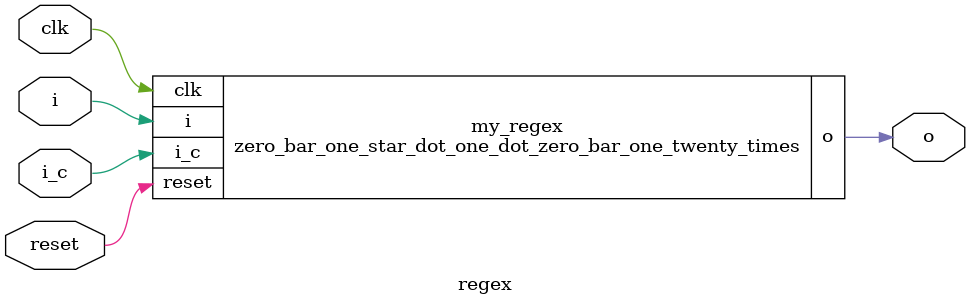
<source format=v>
module bar (input wire i, output wire o, input wire i1, i2, output wire o1, o2);
   assign o1 = i;
   assign o2 = i;
   or2 or2_0 (i1, i2, o);
endmodule

module star (input wire i, output wire o, input wire i1, output wire o1);
   or2 or2_0 (i, i1, o1);
   assign o = o1;
endmodule

module dot (input wire i, output wire o, input wire i1, i2, output wire o1, o2);
   assign o1 = i;
   assign o2 = i1;
   assign o = i2;
endmodule

// 1|0
module zero_bar_one (input wire clk, reset, i, input wire i_c, output wire o);
   wire i1, i2, o1, o2;
   bar bar_0 (i, o, i1, i2, o1, o2);
   char_zero char_zero_0 (clk, reset, o1, i_c, i1);
   char_one char_one_0 (clk, reset, o2, i_c, i2);
endmodule

// (1|0)*
module zero_bar_one_star (input wire clk, reset, i, input wire i_c, output wire o);
   wire i1, o1;
   star star_0 (i, o, i1, o1);
   zero_bar_one zero_bar_one_1 (clk, reset, o1, i_c, i1);
endmodule

// (1|0)* . 1
module zero_bar_one_star_dot_one(input wire clk, reset, i, input wire i_c, output wire o);
   wire i1, i2, o1, o2;
   dot dot_0 (i, o, i1, i2, o1, o2);
   zero_bar_one_star zero_bar_one_star_1 (clk, reset, o1, i_c, i1);
   char_one char_one_0 (clk, reset, o2, i_c, i2); 
endmodule

// (1|0)* . 1 . (1|0)
module zero_bar_one_star_dot_one_dot_zero_bar_one_once(input wire clk, reset, i, input wire i_c, output wire o);
   wire i1, i2, o1, o2;
   dot dot_0 (i, o, i1, i2, o1, o2);
   zero_bar_one_star_dot_one zero_bar_one_star_dot_one_0(clk, reset, o1, i_c, i1);
   zero_bar_one zero_bar_one_0(clk, reset, o2, i_c, i2);
endmodule

// (1|0)* . 1 . (1|0)[2]
module zero_bar_one_star_dot_one_dot_zero_bar_one_twice(input wire clk, reset, i, input wire i_c, output wire o);
   wire i1, i2, o1, o2;
   dot dot_0 (i, o, i1, i2, o1, o2);
   zero_bar_one_star_dot_one_dot_zero_bar_one_once zero_bar_one_star_dot_once_0(clk, reset, o1, i_c, i1);
   zero_bar_one zero_bar_one_0(clk, reset, o2, i_c, i2);
endmodule

// (1|0)* . 1 . (1|0)[3]
module zero_bar_one_star_dot_one_dot_zero_bar_one_thrice(input wire clk, reset, i, input wire i_c, output wire o);
   wire i1, i2, o1, o2;
   dot dot_0 (i, o, i1, i2, o1, o2);
   zero_bar_one_star_dot_one_dot_zero_bar_one_twice zero_bar_one_star_dot_one_dot_zero_bar_one_twice_0(clk, reset, o1, i_c, i1);
   zero_bar_one zero_bar_one_0(clk, reset, o2, i_c, i2);
endmodule

// (1|0)* . 1 . (1|0)[4]
module zero_bar_one_star_dot_one_dot_zero_bar_one_four_times(input wire clk, reset, i, input wire i_c, output wire o);
   wire i1, i2, o1, o2;
   dot dot_0 (i, o, i1, i2, o1, o2);
   zero_bar_one_star_dot_one_dot_zero_bar_one_thrice zero_bar_one_star_dot_one_dot_zero_bar_one_thrice_0(clk, reset, o1, i_c, i1);
   zero_bar_one zero_bar_one_0(clk, reset, o2, i_c, i2);
endmodule

// (1|0)* . 1 . (1|0)[5]
module zero_bar_one_star_dot_one_dot_zero_bar_one_five_times(input wire clk, reset, i, input wire i_c, output wire o);
   wire i1, i2, o1, o2;
   dot dot_0 (i, o, i1, i2, o1, o2);
   zero_bar_one_star_dot_one_dot_zero_bar_one_four_times zero_bar_one_star_dot_one_dot_zero_bar_one_four_times_0(clk, reset, o1, i_c, i1);
   zero_bar_one zero_bar_one_0(clk, reset, o2, i_c, i2);
endmodule

// (1|0)* . 1 . (1|0)[6]
module zero_bar_one_star_dot_one_dot_zero_bar_one_six_times(input wire clk, reset, i, input wire i_c, output wire o);
   wire i1, i2, o1, o2;
   dot dot_0 (i, o, i1, i2, o1, o2);
   zero_bar_one_star_dot_one_dot_zero_bar_one_five_times zero_bar_one_star_dot_one_dot_zero_bar_one_five_times_0(clk, reset, o1, i_c, i1);
   zero_bar_one zero_bar_one_0(clk, reset, o2, i_c, i2);
endmodule

// (1|0)* . 1 . (1|0)[7]
module zero_bar_one_star_dot_one_dot_zero_bar_one_seven_times(input wire clk, reset, i, input wire i_c, output wire o);
   wire i1, i2, o1, o2;
   dot dot_0 (i, o, i1, i2, o1, o2);
   zero_bar_one_star_dot_one_dot_zero_bar_one_six_times zero_bar_one_star_dot_one_dot_zero_bar_one_six_times_0(clk, reset, o1, i_c, i1);
   zero_bar_one zero_bar_one_0(clk, reset, o2, i_c, i2);
endmodule

// (1|0)* . 1 . (1|0)[8]
module zero_bar_one_star_dot_one_dot_zero_bar_one_eight_times(input wire clk, reset, i, input wire i_c, output wire o);
   wire i1, i2, o1, o2;
   dot dot_0 (i, o, i1, i2, o1, o2);
   zero_bar_one_star_dot_one_dot_zero_bar_one_seven_times zero_bar_one_star_dot_one_dot_zero_bar_one_seven_times_0(clk, reset, o1, i_c, i1);
   zero_bar_one zero_bar_one_0(clk, reset, o2, i_c, i2);
endmodule

// (1|0)* . 1 . (1|0)[9]
module zero_bar_one_star_dot_one_dot_zero_bar_one_nine_times(input wire clk, reset, i, input wire i_c, output wire o);
   wire i1, i2, o1, o2;
   dot dot_0 (i, o, i1, i2, o1, o2);
   zero_bar_one_star_dot_one_dot_zero_bar_one_eight_times zero_bar_one_star_dot_one_dot_zero_bar_one_eight_times_0(clk, reset, o1, i_c, i1);
   zero_bar_one zero_bar_one_0(clk, reset, o2, i_c, i2);
endmodule

// (1|0)* . 1 . (1|0)[10]
module zero_bar_one_star_dot_one_dot_zero_bar_one_ten_times(input wire clk, reset, i, input wire i_c, output wire o);
   wire i1, i2, o1, o2;
   dot dot_0 (i, o, i1, i2, o1, o2);
   zero_bar_one_star_dot_one_dot_zero_bar_one_nine_times zero_bar_one_star_dot_one_dot_zero_bar_one_nine_times_0(clk, reset, o1, i_c, i1);
   zero_bar_one zero_bar_one_0(clk, reset, o2, i_c, i2);
endmodule

// (1|0)* . 1 . (1|0)[11]
module zero_bar_one_star_dot_one_dot_zero_bar_one_eleven_times(input wire clk, reset, i, input wire i_c, output wire o);
   wire i1, i2, o1, o2;
   dot dot_0 (i, o, i1, i2, o1, o2);
   zero_bar_one_star_dot_one_dot_zero_bar_one_ten_times zero_bar_one_star_dot_one_dot_zero_bar_one_ten_times_0(clk, reset, o1, i_c, i1);
   zero_bar_one zero_bar_one_0(clk, reset, o2, i_c, i2);
endmodule

// (1|0)* . 1 . (1|0)[12]
module zero_bar_one_star_dot_one_dot_zero_bar_one_twelve_times(input wire clk, reset, i, input wire i_c, output wire o);
   wire i1, i2, o1, o2;
   dot dot_0 (i, o, i1, i2, o1, o2);
   zero_bar_one_star_dot_one_dot_zero_bar_one_eleven_times zero_bar_one_star_dot_one_dot_zero_bar_one_eleven_times_0(clk, reset, o1, i_c, i1);
   zero_bar_one zero_bar_one_0(clk, reset, o2, i_c, i2);
endmodule

// (1|0)* . 1 . (1|0)[13]
module zero_bar_one_star_dot_one_dot_zero_bar_one_thirteen_times(input wire clk, reset, i, input wire i_c, output wire o);
   wire i1, i2, o1, o2;
   dot dot_0 (i, o, i1, i2, o1, o2);
   zero_bar_one_star_dot_one_dot_zero_bar_one_twelve_times zero_bar_one_star_dot_one_dot_zero_bar_one_twelve_times_0(clk, reset, o1, i_c, i1);
   zero_bar_one zero_bar_one_0(clk, reset, o2, i_c, i2);
endmodule

// (1|0)* . 1 . (1|0)[14]
module zero_bar_one_star_dot_one_dot_zero_bar_one_fourteen_times(input wire clk, reset, i, input wire i_c, output wire o);
   wire i1, i2, o1, o2;
   dot dot_0 (i, o, i1, i2, o1, o2);
   zero_bar_one_star_dot_one_dot_zero_bar_one_thirteen_times zero_bar_one_star_dot_one_dot_zero_bar_one_thirteen_times_0(clk, reset, o1, i_c, i1);
   zero_bar_one zero_bar_one_0(clk, reset, o2, i_c, i2);
endmodule

// (1|0)* . 1 . (1|0)[15]
module zero_bar_one_star_dot_one_dot_zero_bar_one_fifteen_times(input wire clk, reset, i, input wire i_c, output wire o);
   wire i1, i2, o1, o2;
   dot dot_0 (i, o, i1, i2, o1, o2);
   zero_bar_one_star_dot_one_dot_zero_bar_one_fourteen_times zero_bar_one_star_dot_one_dot_zero_bar_one_fourteen_times_0(clk, reset, o1, i_c, i1);
   zero_bar_one zero_bar_one_0(clk, reset, o2, i_c, i2);
endmodule

// (1|0)* . 1 . (1|0)[16]
module zero_bar_one_star_dot_one_dot_zero_bar_one_sixteen_times(input wire clk, reset, i, input wire i_c, output wire o);
   wire i1, i2, o1, o2;
   dot dot_0 (i, o, i1, i2, o1, o2);
   zero_bar_one_star_dot_one_dot_zero_bar_one_fifteen_times zero_bar_one_star_dot_one_dot_zero_bar_one_fifteen_times_0(clk, reset, o1, i_c, i1);
   zero_bar_one zero_bar_one_0(clk, reset, o2, i_c, i2);
endmodule

// (1|0)* . 1 . (1|0)[17]
module zero_bar_one_star_dot_one_dot_zero_bar_one_seventeen_times(input wire clk, reset, i, input wire i_c, output wire o);
   wire i1, i2, o1, o2;
   dot dot_0 (i, o, i1, i2, o1, o2);
   zero_bar_one_star_dot_one_dot_zero_bar_one_sixteen_times zero_bar_one_star_dot_one_dot_zero_bar_one_sixteen_times_0(clk, reset, o1, i_c, i1);
   zero_bar_one zero_bar_one_0(clk, reset, o2, i_c, i2);
endmodule

// (1|0)* . 1 . (1|0)[18]
module zero_bar_one_star_dot_one_dot_zero_bar_one_eighteen_times(input wire clk, reset, i, input wire i_c, output wire o);
   wire i1, i2, o1, o2;
   dot dot_0 (i, o, i1, i2, o1, o2);
   zero_bar_one_star_dot_one_dot_zero_bar_one_seventeen_times zero_bar_one_star_dot_one_dot_zero_bar_one_seventeen_times_0(clk, reset, o1, i_c, i1);
   zero_bar_one zero_bar_one_0(clk, reset, o2, i_c, i2);
endmodule

// (1|0)* . 1 . (1|0)[19]
module zero_bar_one_star_dot_one_dot_zero_bar_one_nineteen_times(input wire clk, reset, i, input wire i_c, output wire o);
   wire i1, i2, o1, o2;
   dot dot_0 (i, o, i1, i2, o1, o2);
   zero_bar_one_star_dot_one_dot_zero_bar_one_eighteen_times zero_bar_one_star_dot_one_dot_zero_bar_one_eighteen_times_0(clk, reset, o1, i_c, i1);
   zero_bar_one zero_bar_one_0(clk, reset, o2, i_c, i2);
endmodule

// (1|0)* . 1 . (1|0)[20]
module zero_bar_one_star_dot_one_dot_zero_bar_one_twenty_times(input wire clk, reset, i, input wire i_c, output wire o);
   wire i1, i2, o1, o2;
   dot dot_0 (i, o, i1, i2, o1, o2);
   zero_bar_one_star_dot_one_dot_zero_bar_one_nineteen_times zero_bar_one_star_dot_one_dot_zero_bar_one_nineteen_times_0(clk, reset, o1, i_c, i1);
   zero_bar_one zero_bar_one_0(clk, reset, o2, i_c, i2);
endmodule

// main
module regex (input wire clk, reset, i, input wire i_c, output wire o);
   zero_bar_one_star_dot_one_dot_zero_bar_one_twenty_times my_regex(clk, reset, i, i_c, o);   
endmodule

</source>
